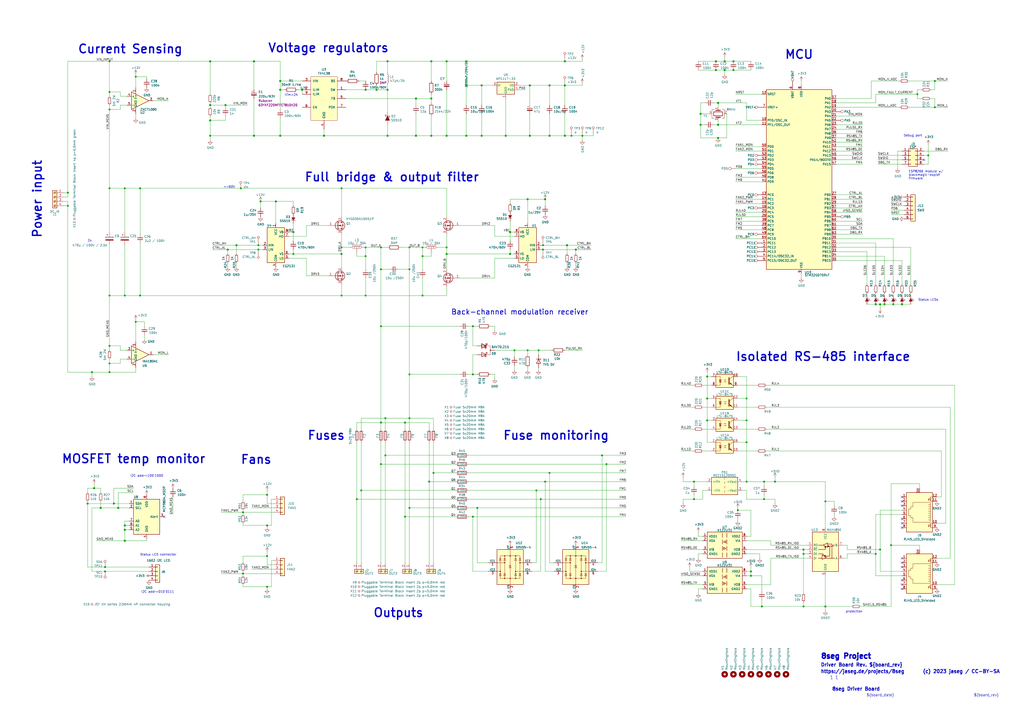
<source format=kicad_sch>
(kicad_sch (version 20230819) (generator eeschema)

  (uuid a4b014d8-050b-4a7a-9077-d2799def17e5)

  (paper "A2")

  

  (junction (at 327.66 78.74) (diameter 1.016) (color 0 0 0 0)
    (uuid 00f422f1-f7f8-45df-931d-5010ff4fc931)
  )
  (junction (at 154.94 287.02) (diameter 0) (color 0 0 0 0)
    (uuid 012f993e-32a7-4364-bac7-db81f6a8a52d)
  )
  (junction (at 259.08 147.32) (diameter 1.016) (color 0 0 0 0)
    (uuid 0320d5ba-1f2a-4dbb-90ec-b8337f7c0078)
  )
  (junction (at 293.37 78.74) (diameter 1.016) (color 0 0 0 0)
    (uuid 035e3df6-a887-424c-8db8-3025c19db82a)
  )
  (junction (at 81.28 109.22) (diameter 0) (color 0 0 0 0)
    (uuid 04379d1c-34c2-4f85-9628-6d7b4d385b04)
  )
  (junction (at 311.15 284.48) (diameter 0) (color 0 0 0 0)
    (uuid 0521cba7-58ba-4404-abc4-97ed796be5e9)
  )
  (junction (at 466.09 351.79) (diameter 0) (color 0 0 0 0)
    (uuid 069a20a2-df52-47f3-b7b5-c90d77e83327)
  )
  (junction (at 443.23 279.4) (diameter 0) (color 0 0 0 0)
    (uuid 08ee1e7a-8d3a-4298-bf77-657ae0db370b)
  )
  (junction (at 147.32 35.56) (diameter 1.016) (color 0 0 0 0)
    (uuid 0903abc9-8580-46a5-a0e4-5ce6a661e2ab)
  )
  (junction (at 443.23 289.56) (diameter 0) (color 0 0 0 0)
    (uuid 09412149-c3d7-42cc-b02a-e8a0a7d26ad1)
  )
  (junction (at 63.5 63.5) (diameter 0) (color 0 0 0 0)
    (uuid 0a2021a7-8eee-457f-a19b-e69bdcddf013)
  )
  (junction (at 72.39 307.34) (diameter 1.016) (color 0 0 0 0)
    (uuid 0ca53f50-b13d-43cb-88af-bf26352ab851)
  )
  (junction (at 140.97 297.18) (diameter 0) (color 0 0 0 0)
    (uuid 0ce4a76c-a77f-4fba-844a-dd70f01d7604)
  )
  (junction (at 441.96 351.79) (diameter 0) (color 0 0 0 0)
    (uuid 0ce6d385-3e5a-40c3-92c9-e41887ea74f1)
  )
  (junction (at 241.3 57.15) (diameter 1.016) (color 0 0 0 0)
    (uuid 0e013a49-ea28-4317-91d8-c846afcf1446)
  )
  (junction (at 327.66 49.53) (diameter 1.016) (color 0 0 0 0)
    (uuid 0ecb41a9-edcd-4167-851b-0a409316af20)
  )
  (junction (at 63.5 109.22) (diameter 0) (color 0 0 0 0)
    (uuid 0f1602c1-b0ae-4d37-8b1a-0f6e7fbd9c01)
  )
  (junction (at 198.12 171.45) (diameter 0) (color 0 0 0 0)
    (uuid 0fa30f14-9242-4c82-8ead-1b5ce9761b9a)
  )
  (junction (at 402.59 289.56) (diameter 0) (color 0 0 0 0)
    (uuid 12f94100-d7e3-4cfb-94ec-6bef0f50d5bd)
  )
  (junction (at 276.86 294.64) (diameter 0) (color 0 0 0 0)
    (uuid 14842aab-327b-4314-ad90-baecb989e3b2)
  )
  (junction (at 250.19 78.74) (diameter 1.016) (color 0 0 0 0)
    (uuid 17438b62-92c5-4c16-8372-5519e17644ba)
  )
  (junction (at 298.45 203.2) (diameter 0) (color 0 0 0 0)
    (uuid 176d78f8-ee33-48e8-8626-c5f4a9ac9253)
  )
  (junction (at 207.01 289.56) (diameter 0) (color 0 0 0 0)
    (uuid 1834741d-cc72-4464-a9e2-2d64b807c3d5)
  )
  (junction (at 314.96 142.24) (diameter 0) (color 0 0 0 0)
    (uuid 188ba6d1-0258-4430-82de-4504640c9221)
  )
  (junction (at 406.4 72.39) (diameter 1.016) (color 0 0 0 0)
    (uuid 197eb893-ab50-430d-9190-6ad4ef716463)
  )
  (junction (at 220.98 245.11) (diameter 0) (color 0 0 0 0)
    (uuid 1d0b64e3-ce82-495b-b6c3-3757b8cbd4df)
  )
  (junction (at 314.96 144.78) (diameter 0) (color 0 0 0 0)
    (uuid 1d5034a5-2105-485a-8f0e-973a0e29ed21)
  )
  (junction (at 121.92 35.56) (diameter 1.016) (color 0 0 0 0)
    (uuid 1d5da22d-f43f-4a8c-b79f-b6a201ab433d)
  )
  (junction (at 54.61 283.21) (diameter 1.016) (color 0 0 0 0)
    (uuid 1eeb059b-acfc-46ea-bb64-a81bc92bb3a3)
  )
  (junction (at 209.55 284.48) (diameter 0) (color 0 0 0 0)
    (uuid 1f925e27-5fda-48a0-8434-49ca60ab828f)
  )
  (junction (at 410.21 231.14) (diameter 0) (color 0 0 0 0)
    (uuid 211d2edf-7005-449f-bc5d-8eca38d8bb6e)
  )
  (junction (at 349.25 264.16) (diameter 0) (color 0 0 0 0)
    (uuid 247960e5-6168-410c-8832-58a49d63dbf0)
  )
  (junction (at 63.5 200.66) (diameter 0) (color 0 0 0 0)
    (uuid 26c973fa-96f3-42b2-a211-ca3d321e1041)
  )
  (junction (at 78.74 44.45) (diameter 0) (color 0 0 0 0)
    (uuid 279f612f-5738-4f20-a535-9958ef780352)
  )
  (junction (at 510.54 176.53) (diameter 1.016) (color 0 0 0 0)
    (uuid 27fcf822-a402-4867-858f-a19ea5819b84)
  )
  (junction (at 130.81 60.96) (diameter 1.016) (color 0 0 0 0)
    (uuid 29d932ac-35b1-4719-b024-fb16ea3d7d64)
  )
  (junction (at 433.07 279.4) (diameter 0) (color 0 0 0 0)
    (uuid 2ba2929e-d82d-40cb-af72-a59d58d33cbc)
  )
  (junction (at 306.07 115.57) (diameter 1.016) (color 0 0 0 0)
    (uuid 2bbf58a4-4126-478e-b296-04cae21d1e49)
  )
  (junction (at 312.42 203.2) (diameter 0) (color 0 0 0 0)
    (uuid 2de04189-82cd-4f64-bb4a-d15b8bda3c3d)
  )
  (junction (at 162.56 78.74) (diameter 1.016) (color 0 0 0 0)
    (uuid 2ef7a379-fc96-409e-86be-72ad614f5c77)
  )
  (junction (at 60.96 328.93) (diameter 0) (color 0 0 0 0)
    (uuid 32a4a106-bd42-46fb-8a46-e2d495d890db)
  )
  (junction (at 198.12 147.32) (diameter 1.016) (color 0 0 0 0)
    (uuid 33c966db-50f5-43db-9455-0a2a2c65d44b)
  )
  (junction (at 212.09 148.59) (diameter 0) (color 0 0 0 0)
    (uuid 350628bc-cd1a-40ff-b431-4e7d7c62d68b)
  )
  (junction (at 241.3 78.74) (diameter 1.016) (color 0 0 0 0)
    (uuid 377b7b69-af5e-4cc7-8770-03636f199c92)
  )
  (junction (at 435.61 334.01) (diameter 0) (color 0 0 0 0)
    (uuid 395e6e86-1a94-4bad-896f-145126a7bb00)
  )
  (junction (at 513.08 176.53) (diameter 1.016) (color 0 0 0 0)
    (uuid 3a1e84d6-a87a-4bfb-a2a4-3c6397a7592a)
  )
  (junction (at 237.49 156.21) (diameter 0) (color 0 0 0 0)
    (uuid 3a8f40ae-2e79-4177-9f98-fb8dc7763aba)
  )
  (junction (at 542.29 46.99) (diameter 0) (color 0 0 0 0)
    (uuid 3b5623e9-46f1-4b36-9457-0c0b1018d010)
  )
  (junction (at 137.16 142.24) (diameter 1.016) (color 0 0 0 0)
    (uuid 3ba4cc3b-ceb4-4b38-8b98-08a2715df3eb)
  )
  (junction (at 198.12 109.22) (diameter 0) (color 0 0 0 0)
    (uuid 3ca9dcd0-c320-4a36-9607-4c03daa6a361)
  )
  (junction (at 237.49 294.64) (diameter 0) (color 0 0 0 0)
    (uuid 3d67d638-b1d1-4f98-8a20-8523891ce794)
  )
  (junction (at 518.16 176.53) (diameter 0) (color 0 0 0 0)
    (uuid 3eff19e4-fd72-476a-87b1-b08e7931cbe4)
  )
  (junction (at 237.49 217.17) (diameter 0) (color 0 0 0 0)
    (uuid 3f569de3-d1cf-4267-a849-c01dba18e7e0)
  )
  (junction (at 237.49 143.51) (diameter 0) (color 0 0 0 0)
    (uuid 40689062-8cea-423a-ae91-f37b9b5d6731)
  )
  (junction (at 307.34 78.74) (diameter 1.016) (color 0 0 0 0)
    (uuid 41ab825f-1308-4d4a-91de-7aaf5c5b747f)
  )
  (junction (at 224.79 52.07) (diameter 1.016) (color 0 0 0 0)
    (uuid 423257a9-1cf1-4a26-a368-ae40c8616c22)
  )
  (junction (at 334.01 144.78) (diameter 1.016) (color 0 0 0 0)
    (uuid 442eceee-b445-4cfa-9521-bb7fb466462a)
  )
  (junction (at 270.51 78.74) (diameter 1.016) (color 0 0 0 0)
    (uuid 4467c9c4-0f8b-4288-b7af-6bb921025486)
  )
  (junction (at 274.32 299.72) (diameter 0) (color 0 0 0 0)
    (uuid 449d4f54-e5e1-4c1b-9af7-b10906281ff0)
  )
  (junction (at 270.51 49.53) (diameter 1.016) (color 0 0 0 0)
    (uuid 4a47447e-b34c-4e4b-b428-2f135e8a14ea)
  )
  (junction (at 60.96 331.47) (diameter 0) (color 0 0 0 0)
    (uuid 4c9d29f9-c589-4d12-bcea-55636d63d080)
  )
  (junction (at 50.8 292.1) (diameter 1.016) (color 0 0 0 0)
    (uuid 4d19e9f6-2b27-4560-a8a4-871f4ba21385)
  )
  (junction (at 187.96 78.74) (diameter 1.016) (color 0 0 0 0)
    (uuid 4d403375-e327-48a2-a6fd-056a25e40431)
  )
  (junction (at 279.4 49.53) (diameter 1.016) (color 0 0 0 0)
    (uuid 4d7cf408-1fc7-4553-9038-f9c22b416fa2)
  )
  (junction (at 306.07 203.2) (diameter 0) (color 0 0 0 0)
    (uuid 4ed5c65d-270b-421e-a4bb-055283c5e7de)
  )
  (junction (at 68.58 294.64) (diameter 1.016) (color 0 0 0 0)
    (uuid 510b37f1-3e19-48e5-8568-52d428cbdd61)
  )
  (junction (at 318.77 49.53) (diameter 1.016) (color 0 0 0 0)
    (uuid 526dfc45-c0d3-4891-8542-76be0de6756f)
  )
  (junction (at 170.18 147.32) (diameter 0) (color 0 0 0 0)
    (uuid 52f7564e-abff-467f-bf4c-1375dc3072a9)
  )
  (junction (at 220.98 269.24) (diameter 0) (color 0 0 0 0)
    (uuid 532e82dc-c0ff-489c-9093-d0b8f0d2865b)
  )
  (junction (at 259.08 35.56) (diameter 1.016) (color 0 0 0 0)
    (uuid 5358b62b-76e6-4793-ac7f-61586e0c2ec1)
  )
  (junction (at 416.56 72.39) (diameter 1.016) (color 0 0 0 0)
    (uuid 546dfa7f-4b59-408f-b383-761304e2055d)
  )
  (junction (at 449.58 279.4) (diameter 0) (color 0 0 0 0)
    (uuid 56acd9e6-6bf8-4d42-8348-3ddff199d791)
  )
  (junction (at 154.94 322.58) (diameter 0) (color 0 0 0 0)
    (uuid 57985531-8c1b-4c7b-bb5e-6a76fdb87c72)
  )
  (junction (at 170.18 134.62) (diameter 1.016) (color 0 0 0 0)
    (uuid 5924bd5c-a4a5-4953-94e3-24f4618f17dc)
  )
  (junction (at 245.11 143.51) (diameter 0) (color 0 0 0 0)
    (uuid 5a597426-dcd2-4ae1-9a74-aab26e1fd4bb)
  )
  (junction (at 162.56 52.07) (diameter 1.016) (color 0 0 0 0)
    (uuid 5b091244-19d1-4b58-aaf6-db793657a6a4)
  )
  (junction (at 435.61 331.47) (diameter 0) (color 0 0 0 0)
    (uuid 5ef12dd1-8374-4bec-8a76-bfc5aa1498e7)
  )
  (junction (at 327.66 35.56) (diameter 1.016) (color 0 0 0 0)
    (uuid 6112e5e3-5333-4eec-b6e2-b535ee37a2f6)
  )
  (junction (at 151.13 116.84) (diameter 1.016) (color 0 0 0 0)
    (uuid 62499af8-dd25-46ec-90b9-62e3a1422b55)
  )
  (junction (at 245.11 171.45) (diameter 0) (color 0 0 0 0)
    (uuid 62f76d29-36ff-4668-95f2-cae0a59432ba)
  )
  (junction (at 279.4 78.74) (diameter 1.016) (color 0 0 0 0)
    (uuid 66c337d2-b5e0-493e-aac8-3c7c16bef129)
  )
  (junction (at 510.54 318.77) (diameter 0) (color 0 0 0 0)
    (uuid 675cf0ca-6c8e-4c7b-8e7f-87827d484331)
  )
  (junction (at 72.39 313.69) (diameter 1.016) (color 0 0 0 0)
    (uuid 67df6e4b-aea8-4c3c-b09a-0bfc42ca01ba)
  )
  (junction (at 220.98 143.51) (diameter 0) (color 0 0 0 0)
    (uuid 6a3e1dec-9cfc-4b3b-8983-a4237bc395c9)
  )
  (junction (at 542.29 62.23) (diameter 0) (color 0 0 0 0)
    (uuid 6b26881f-f251-4a0d-afad-8a6a4c5835b2)
  )
  (junction (at 420.37 40.64) (diameter 1.016) (color 0 0 0 0)
    (uuid 6f0907ee-51ac-4830-99ce-6f122169ebd5)
  )
  (junction (at 410.21 243.84) (diameter 0) (color 0 0 0 0)
    (uuid 70afe2ac-da0b-4481-b3dc-104bb2f2cf5c)
  )
  (junction (at 149.86 142.24) (diameter 0) (color 0 0 0 0)
    (uuid 71281dfe-3e0b-45d0-a333-5e73a384f7f1)
  )
  (junction (at 406.4 66.04) (diameter 1.016) (color 0 0 0 0)
    (uuid 71b23dd2-c4ff-48b0-b045-1cef4afdd0ba)
  )
  (junction (at 425.45 40.64) (diameter 1.016) (color 0 0 0 0)
    (uuid 726abf46-4c68-4de0-b28d-c64c6f1363ba)
  )
  (junction (at 516.89 316.23) (diameter 0) (color 0 0 0 0)
    (uuid 7277d00c-9c8a-4abe-9268-bce3037f00d5)
  )
  (junction (at 224.79 78.74) (diameter 1.016) (color 0 0 0 0)
    (uuid 74a91f23-026b-488a-8683-941ade4f8419)
  )
  (junction (at 245.11 148.59) (diameter 0) (color 0 0 0 0)
    (uuid 770f518c-7b5d-4e34-9c97-192a6af07510)
  )
  (junction (at 66.04 292.1) (diameter 1.016) (color 0 0 0 0)
    (uuid 7a96add3-47eb-4e25-94c5-098c8c67bd25)
  )
  (junction (at 63.5 171.45) (diameter 0) (color 0 0 0 0)
    (uuid 81a4e56c-4eb9-4431-8b56-198319939bcd)
  )
  (junction (at 140.97 332.74) (diameter 0) (color 0 0 0 0)
    (uuid 836e43a7-d480-4db6-9f2f-3a80a0aa47a2)
  )
  (junction (at 72.39 171.45) (diameter 0) (color 0 0 0 0)
    (uuid 853e9817-75c4-4d86-83fb-795ed1547f0a)
  )
  (junction (at 328.93 142.24) (diameter 1.016) (color 0 0 0 0)
    (uuid 8590b800-13d7-4325-b887-26ccf4d18c5a)
  )
  (junction (at 416.56 80.01) (diameter 1.016) (color 0 0 0 0)
    (uuid 869ab7b5-94ce-4ba4-ac06-f87b4d6a081e)
  )
  (junction (at 523.24 176.53) (diameter 1.016) (color 0 0 0 0)
    (uuid 86c38215-051f-4de4-9483-d96bedd86a9e)
  )
  (junction (at 58.42 294.64) (diameter 1.016) (color 0 0 0 0)
    (uuid 874d7e1c-e18e-482b-9de1-baa9c0166694)
  )
  (junction (at 162.56 46.99) (diameter 1.016) (color 0 0 0 0)
    (uuid 892cf1a6-708d-475a-a57e-f3ba0d9faa64)
  )
  (junction (at 259.08 78.74) (diameter 1.016) (color 0 0 0 0)
    (uuid 894a30af-e630-490e-b8fd-be6ea13ab67c)
  )
  (junction (at 433.07 243.84) (diameter 0) (color 0 0 0 0)
    (uuid 8b2512bd-6d01-48af-8996-f2c66e786165)
  )
  (junction (at 39.37 119.38) (diameter 0) (color 0 0 0 0)
    (uuid 8e747172-0ea1-4712-b328-65d03b784c64)
  )
  (junction (at 295.91 134.62) (diameter 1.016) (color 0 0 0 0)
    (uuid 8f2a842c-a024-4a46-bace-f8363576d461)
  )
  (junction (at 250.19 35.56) (diameter 1.016) (color 0 0 0 0)
    (uuid 90df0114-0305-498a-b67b-e25624694405)
  )
  (junction (at 295.91 147.32) (diameter 1.016) (color 0 0 0 0)
    (uuid 910d03ea-b724-4332-8f3b-1c8ecf717b86)
  )
  (junction (at 316.23 279.4) (diameter 0) (color 0 0 0 0)
    (uuid 93a663b7-3043-419f-83df-3863816aec30)
  )
  (junction (at 433.07 231.14) (diameter 0) (color 0 0 0 0)
    (uuid 955d85a1-7a22-4f8f-a05c-9f5429b0238c)
  )
  (junction (at 259.08 143.51) (diameter 0) (color 0 0 0 0)
    (uuid 9766ca31-408b-4d95-9bad-173ca2b52508)
  )
  (junction (at 508 176.53) (diameter 1.016) (color 0 0 0 0)
    (uuid 9948e0a1-7b24-4486-a82f-1d91da28a292)
  )
  (junction (at 160.02 116.84) (diameter 1.016) (color 0 0 0 0)
    (uuid 9b74b1b8-a079-4f26-86cb-e2d6b81bdb59)
  )
  (junction (at 63.5 210.82) (diameter 0) (color 0 0 0 0)
    (uuid 9e7cc61a-56b6-453e-8aa6-893d4ef70806)
  )
  (junction (at 433.07 256.54) (diameter 0) (color 0 0 0 0)
    (uuid 9f303310-9b7c-44fe-89f1-8117b15280cb)
  )
  (junction (at 212.09 171.45) (diameter 0) (color 0 0 0 0)
    (uuid 9fd16c69-e242-40b5-881e-5108e2dffd86)
  )
  (junction (at 313.69 289.56) (diameter 0) (color 0 0 0 0)
    (uuid a068efa3-0197-423d-85ea-2a33172332e9)
  )
  (junction (at 220.98 189.23) (diameter 0) (color 0 0 0 0)
    (uuid a0980239-c5dc-43ae-9525-17b10080600d)
  )
  (junction (at 425.45 35.56) (diameter 1.016) (color 0 0 0 0)
    (uuid a0dccd9a-c66a-4903-bce0-ac1049d29474)
  )
  (junction (at 337.82 78.74) (diameter 0) (color 0 0 0 0)
    (uuid a38e120c-a809-49df-b048-2e140aefa4d3)
  )
  (junction (at 63.5 35.56) (diameter 0) (color 0 0 0 0)
    (uuid a3cb0cbf-4a8e-4d69-8572-d3f94aa1914f)
  )
  (junction (at 307.34 49.53) (diameter 1.016) (color 0 0 0 0)
    (uuid a71f8055-7cc3-4ed1-937c-85a0c4bc488e)
  )
  (junction (at 63.5 53.34) (diameter 0) (color 0 0 0 0)
    (uuid a7355e16-9c8a-431b-be29-d69b66c861a9)
  )
  (junction (at 508 321.31) (diameter 0) (color 0 0 0 0)
    (uuid aaf32b7e-103d-4091-b100-cde572d9ba2b)
  )
  (junction (at 250.19 57.15) (diameter 1.016) (color 0 0 0 0)
    (uuid ad0b028b-81c5-43f9-a187-cfc93887d452)
  )
  (junction (at 420.37 35.56) (diameter 1.016) (color 0 0 0 0)
    (uuid ad2bb25f-d622-4d87-947a-dc4d94a393ae)
  )
  (junction (at 251.46 274.32) (diameter 0) (color 0 0 0 0)
    (uuid af7c7ec1-94e3-4d38-b902-7ba3a0302c07)
  )
  (junction (at 478.79 351.79) (diameter 1.016) (color 0 0 0 0)
    (uuid af9650c7-e985-4bd4-891a-54a81329d534)
  )
  (junction (at 218.44 52.07) (diameter 1.016) (color 0 0 0 0)
    (uuid afb2050b-873a-4057-a6f5-2f8efbd48ac6)
  )
  (junction (at 72.39 109.22) (diameter 0) (color 0 0 0 0)
    (uuid b06b39fa-4f0b-47fb-a799-12306ff4968d)
  )
  (junction (at 53.34 215.9) (diameter 0) (color 0 0 0 0)
    (uuid b126ed94-7bd0-4572-b20d-765f98e19aec)
  )
  (junction (at 147.32 78.74) (diameter 1.016) (color 0 0 0 0)
    (uuid b458bd04-5ee4-4069-8fb9-5f1984ee02a1)
  )
  (junction (at 121.92 78.74) (diameter 0) (color 0 0 0 0)
    (uuid b64c136f-6323-4973-8aa9-babf10283d05)
  )
  (junction (at 149.86 144.78) (diameter 0) (color 0 0 0 0)
    (uuid b778de3e-44ef-4869-a211-eda8053ebaf9)
  )
  (junction (at 121.92 60.96) (diameter 1.016) (color 0 0 0 0)
    (uuid ba2201e2-6ab3-43df-bed9-9ac88aec6ed9)
  )
  (junction (at 415.29 35.56) (diameter 1.016) (color 0 0 0 0)
    (uuid bfb6e205-4940-46f0-9df4-153f8e1aaa7f)
  )
  (junction (at 154.94 340.36) (diameter 0) (color 0 0 0 0)
    (uuid c26ea32d-7a06-43de-8400-b698bb71c864)
  )
  (junction (at 274.32 189.23) (diameter 0) (color 0 0 0 0)
    (uuid c2bf86a7-2544-42d3-abe9-f753e4ee5a4c)
  )
  (junction (at 132.08 144.78) (diameter 1.016) (color 0 0 0 0)
    (uuid c3127fc8-ab5b-4477-a3d7-4ba0b9c49089)
  )
  (junction (at 154.94 304.8) (diameter 0) (color 0 0 0 0)
    (uuid c38ff2d6-ab8d-41f3-b2b7-7204a3bb22b5)
  )
  (junction (at 63.5 215.9) (diameter 0) (color 0 0 0 0)
    (uuid c3ab4113-ff42-470c-8d9d-2d12cff60d9b)
  )
  (junction (at 274.32 217.17) (diameter 0) (color 0 0 0 0)
    (uuid c66bed68-af8e-477e-800f-414019c70f5b)
  )
  (junction (at 212.09 52.07) (diameter 1.016) (color 0 0 0 0)
    (uuid c66f7e17-4c9b-49ec-a9d9-a26d8d08f351)
  )
  (junction (at 234.95 245.11) (diameter 0) (color 0 0 0 0)
    (uuid cb4f1b11-1dbe-4d19-b898-04b9190468e6)
  )
  (junction (at 466.09 318.77) (diameter 1.016) (color 0 0 0 0)
    (uuid cec8ba27-616e-40a4-90cc-2b3e8fe9ee8b)
  )
  (junction (at 39.37 111.76) (diameter 0) (color 0 0 0 0)
    (uuid cf174f8d-df28-4548-ab42-5fe55500c18c)
  )
  (junction (at 223.52 242.57) (diameter 0) (color 0 0 0 0)
    (uuid d057e042-e88c-4065-be79-b9fde8b880a2)
  )
  (junction (at 318.77 274.32) (diameter 0) (color 0 0 0 0)
    (uuid d0c99083-5802-4737-99a1-08b81c912946)
  )
  (junction (at 175.26 52.07) (diameter 1.016) (color 0 0 0 0)
    (uuid d2f0248d-b920-4443-96ee-1df87eceaf08)
  )
  (junction (at 410.21 218.44) (diameter 0) (color 0 0 0 0)
    (uuid db9f3bd0-8457-4418-afa3-a97048d16f26)
  )
  (junction (at 223.52 264.16) (diameter 0) (color 0 0 0 0)
    (uuid ddcad985-0dcf-4564-9188-98ae104ec895)
  )
  (junction (at 318.77 78.74) (diameter 1.016) (color 0 0 0 0)
    (uuid e00e7a69-7876-4f7f-84a6-70f9097f197d)
  )
  (junction (at 316.23 115.57) (diameter 1.016) (color 0 0 0 0)
    (uuid e0f69eb1-4709-4657-9f74-fb5d17a06ed4)
  )
  (junction (at 78.74 186.69) (diameter 0) (color 0 0 0 0)
    (uuid e3905d6e-0be9-4150-91d9-ddc0525fa162)
  )
  (junction (at 72.39 304.8) (diameter 1.016) (color 0 0 0 0)
    (uuid e3e41faa-8169-4615-a9c9-213c0d620a5e)
  )
  (junction (at 538.48 90.17) (diameter 0) (color 0 0 0 0)
    (uuid e4dcf46d-35ca-4eb8-9f0a-88039139f35a)
  )
  (junction (at 427.99 295.91) (diameter 0) (color 0 0 0 0)
    (uuid e514e1dc-469d-4562-9117-93b82ba8a399)
  )
  (junction (at 402.59 279.4) (diameter 0) (color 0 0 0 0)
    (uuid e518770d-ab41-487d-bbc5-fa94a10ce4f5)
  )
  (junction (at 466.09 321.31) (diameter 0) (color 0 0 0 0)
    (uuid e60a82f4-29b9-480c-8c6f-082dc0ab7f1f)
  )
  (junction (at 224.79 35.56) (diameter 1.016) (color 0 0 0 0)
    (uuid e65fb0cc-5624-4d1f-8b10-47d46fc3067e)
  )
  (junction (at 478.79 290.83) (diameter 0) (color 0 0 0 0)
    (uuid e6682cbb-4633-4609-adbd-85b299d46f71)
  )
  (junction (at 212.09 143.51) (diameter 0) (color 0 0 0 0)
    (uuid e6932ae2-dc0c-4f61-95b9-7af407aa076c)
  )
  (junction (at 331.47 78.74) (diameter 0) (color 0 0 0 0)
    (uuid e84358ba-686e-4d0b-ae68-c3f64afa7644)
  )
  (junction (at 237.49 242.57) (diameter 0) (color 0 0 0 0)
    (uuid e88fd037-652e-4edf-8469-f3155c085570)
  )
  (junction (at 416.56 59.69) (diameter 1.016) (color 0 0 0 0)
    (uuid e9036d12-438e-4734-99a1-0bb5aaef2eec)
  )
  (junction (at 270.51 35.56) (diameter 1.016) (color 0 0 0 0)
    (uuid ea126893-85e1-47f7-ab86-95880f835131)
  )
  (junction (at 220.98 156.21) (diameter 0) (color 0 0 0 0)
    (uuid eade7e85-16df-4223-b3a9-b1508e758abd)
  )
  (junction (at 139.7 109.22) (diameter 0) (color 0 0 0 0)
    (uuid efed1ef7-6a76-42b8-8dff-ae36c3d36a15)
  )
  (junction (at 532.13 54.61) (diameter 0) (color 0 0 0 0)
    (uuid f1eaa29b-d971-40a2-b1d4-15c9ba8bd275)
  )
  (junction (at 198.12 143.51) (diameter 0) (color 0 0 0 0)
    (uuid f25eed45-9cff-4bcf-8f75-f4bb2d064bf1)
  )
  (junction (at 248.92 279.4) (diameter 0) (color 0 0 0 0)
    (uuid f34483c7-b692-41df-b9e9-83a81f1651a7)
  )
  (junction (at 415.29 40.64) (diameter 1.016) (color 0 0 0 0)
    (uuid f4a903a9-fcfe-48ab-8d0a-abc0c3179b30)
  )
  (junction (at 81.28 171.45) (diameter 0) (color 0 0 0 0)
    (uuid f93a517d-5210-48e0-b710-c86b68e0eb0e)
  )
  (junction (at 351.79 269.24) (diameter 0) (color 0 0 0 0)
    (uuid f98ee8c4-ccab-4649-9fb5-7133e2dc9eae)
  )
  (junction (at 234.95 299.72) (diameter 0) (color 0 0 0 0)
    (uuid fa056696-dfdf-4a1a-aa20-2a53d63dd2e5)
  )
  (junction (at 121.92 69.85) (diameter 1.016) (color 0 0 0 0)
    (uuid fd27718e-14d1-4dfa-96ae-77db64da4003)
  )

  (no_connect (at 523.24 290.83) (uuid 0525c98b-0dec-46f0-b699-cf9475eeba19))
  (no_connect (at 95.25 299.72) (uuid 46ca69a9-5d31-4bc1-9ced-3c7b116a3036))
  (no_connect (at 523.24 341.63) (uuid 48946b18-b753-4e71-9ee3-e5230a2a902b))
  (no_connect (at 523.24 303.53) (uuid 8c58f85d-95d4-4f58-b4a4-ac4fac049f55))
  (no_connect (at 523.24 306.07) (uuid 9f54a902-0b18-46b9-98ad-c6792cdae6e5))
  (no_connect (at 523.24 328.93) (uuid a46b7c0d-b4fa-47dc-98a5-d5c593c702e2))
  (no_connect (at 523.24 300.99) (uuid afa60920-e327-4b32-a46c-fdf8291c7430))
  (no_connect (at 523.24 323.85) (uuid b13cb89e-237e-45c6-91a5-897be29331f8))
  (no_connect (at 523.24 293.37) (uuid b1f38491-4652-422c-b0da-514a2293ea97))
  (no_connect (at 523.24 288.29) (uuid c53ede21-0cf3-4111-ae02-3c1756ee5063))
  (no_connect (at 523.24 336.55) (uuid ed34b661-daf0-4e2b-bcde-b8cd1cfc0f39))
  (no_connect (at 523.24 326.39) (uuid ee45a50c-ebfd-40d3-9b4b-c2b9bf90055d))
  (no_connect (at 523.24 339.09) (uuid eee60b3c-25b9-475e-a949-38aec09eec65))
  (no_connect (at 535.94 92.71) (uuid ef77bb6b-94ba-436b-ad9f-5fc5cbc010bc))

  (wire (pts (xy 425.45 35.56) (xy 435.61 35.56))
    (stroke (width 0) (type solid))
    (uuid 0125158a-83af-46c8-9c53-40abe6b401a2)
  )
  (wire (pts (xy 516.89 280.67) (xy 516.89 316.23))
    (stroke (width 0) (type solid))
    (uuid 0175a53a-8f58-4956-b5f1-e9666b8aec14)
  )
  (wire (pts (xy 241.3 78.74) (xy 250.19 78.74))
    (stroke (width 0) (type solid))
    (uuid 02ad3fbc-4f36-4004-b97c-1262e0af1410)
  )
  (wire (pts (xy 69.85 210.82) (xy 69.85 208.28))
    (stroke (width 0) (type default))
    (uuid 031fba2e-dd93-4900-afa3-6c360b1d9363)
  )
  (wire (pts (xy 300.99 52.07) (xy 304.8 52.07))
    (stroke (width 0) (type solid))
    (uuid 033d91b2-7700-47d4-9813-cae9e301651e)
  )
  (wire (pts (xy 165.1 52.07) (xy 162.56 52.07))
    (stroke (width 0) (type solid))
    (uuid 039718b7-fa03-431f-b93b-f6449ecff0cf)
  )
  (wire (pts (xy 245.11 148.59) (xy 245.11 156.21))
    (stroke (width 0) (type default))
    (uuid 03eee8c4-5569-457f-b3a9-cea990f0636c)
  )
  (wire (pts (xy 534.67 52.07) (xy 532.13 52.07))
    (stroke (width 0) (type default))
    (uuid 04026016-3474-447c-9724-0e9128046132)
  )
  (wire (pts (xy 314.96 142.24) (xy 328.93 142.24))
    (stroke (width 0) (type solid))
    (uuid 04548d62-d404-4dbf-885d-397fa1450014)
  )
  (wire (pts (xy 68.58 294.64) (xy 58.42 294.64))
    (stroke (width 0) (type solid))
    (uuid 0532c6b3-06b8-49eb-8576-10b05a190a90)
  )
  (wire (pts (xy 400.05 331.47) (xy 407.67 331.47))
    (stroke (width 0) (type default))
    (uuid 057c0cbc-dbc9-4526-835b-46cf3c41bc85)
  )
  (wire (pts (xy 351.79 269.24) (xy 351.79 331.47))
    (stroke (width 0) (type default))
    (uuid 05bc9c14-573a-43f9-ae6a-89228680c3ab)
  )
  (wire (pts (xy 223.52 242.57) (xy 223.52 248.92))
    (stroke (width 0) (type default))
    (uuid 06132d43-4050-457c-bde1-965d3cd7944e)
  )
  (wire (pts (xy 69.85 53.34) (xy 63.5 53.34))
    (stroke (width 0) (type default))
    (uuid 067b5c43-4fd9-4094-9167-89dc0c02bfaa)
  )
  (wire (pts (xy 154.94 287.02) (xy 154.94 284.48))
    (stroke (width 0) (type default))
    (uuid 06a28eb9-0714-4132-8dec-388567d1df3b)
  )
  (wire (pts (xy 259.08 171.45) (xy 259.08 166.37))
    (stroke (width 0) (type solid))
    (uuid 070aefd7-d02d-48d1-a2d5-d2f761a52ecb)
  )
  (wire (pts (xy 485.14 90.17) (xy 500.38 90.17))
    (stroke (width 0) (type default))
    (uuid 076b2c7b-42d9-4290-8e12-be7c6687b4b1)
  )
  (wire (pts (xy 139.7 109.22) (xy 198.12 109.22))
    (stroke (width 0) (type default))
    (uuid 07e5f72f-9b63-41fa-ba52-572a2cdebbee)
  )
  (wire (pts (xy 405.13 311.15) (xy 407.67 311.15))
    (stroke (width 0) (type default))
    (uuid 07f70b5e-d3e2-473c-82b1-5b6a3d28b50b)
  )
  (wire (pts (xy 198.12 135.89) (xy 198.12 143.51))
    (stroke (width 0) (type solid))
    (uuid 0908971d-0a3b-4817-9803-29a53fd07749)
  )
  (wire (pts (xy 259.08 46.99) (xy 259.08 35.56))
    (stroke (width 0) (type solid))
    (uuid 093dd22f-3d54-4f90-b915-835042bcb84a)
  )
  (wire (pts (xy 209.55 284.48) (xy 264.16 284.48))
    (stroke (width 0) (type default))
    (uuid 0959fa8d-9220-4008-a51b-bb9e6a4c02d6)
  )
  (wire (pts (xy 154.94 327.66) (xy 154.94 322.58))
    (stroke (width 0) (type default))
    (uuid 0a4a06ab-d6ca-4b15-a719-16c1dfe47734)
  )
  (wire (pts (xy 433.07 289.56) (xy 443.23 289.56))
    (stroke (width 0) (type default))
    (uuid 0ac29e11-12ab-4c46-96db-db8276d5eda5)
  )
  (wire (pts (xy 546.1 288.29) (xy 546.1 261.62))
    (stroke (width 0) (type solid))
    (uuid 0acd6451-ce3c-426b-aea3-4c990ad4e4a9)
  )
  (wire (pts (xy 407.67 223.52) (xy 412.75 223.52))
    (stroke (width 0) (type default))
    (uuid 0acd6478-5b08-4a01-b857-900f30f26ca8)
  )
  (wire (pts (xy 306.07 203.2) (xy 312.42 203.2))
    (stroke (width 0) (type default))
    (uuid 0b7a8689-8d01-4b07-96e3-71de780db8a7)
  )
  (wire (pts (xy 328.93 147.32) (xy 328.93 142.24))
    (stroke (width 0) (type solid))
    (uuid 0b93ea2e-0566-43ca-bf2a-622432378311)
  )
  (wire (pts (xy 427.99 294.64) (xy 427.99 295.91))
    (stroke (width 0) (type default))
    (uuid 0bf0d194-f798-44d7-80aa-0abecb628b36)
  )
  (wire (pts (xy 485.14 62.23) (xy 521.97 62.23))
    (stroke (width 0) (type default))
    (uuid 0c13295e-99db-4533-baa8-d2e52bbceced)
  )
  (wire (pts (xy 394.97 313.69) (xy 407.67 313.69))
    (stroke (width 0) (type default))
    (uuid 0c8275b9-ba39-4689-ac9d-deae68307a32)
  )
  (wire (pts (xy 513.08 176.53) (xy 518.16 176.53))
    (stroke (width 0) (type solid))
    (uuid 0cebc144-945e-4a32-ab17-9a31b1d9ae3c)
  )
  (wire (pts (xy 50.8 283.21) (xy 54.61 283.21))
    (stroke (width 0) (type solid))
    (uuid 0cf786f4-9ec9-4931-a516-37b088a3d637)
  )
  (wire (pts (xy 331.47 77.47) (xy 331.47 78.74))
    (stroke (width 0) (type default))
    (uuid 0d24809d-f93d-4c3b-b002-7cd7276927b6)
  )
  (wire (pts (xy 485.14 80.01) (xy 500.38 80.01))
    (stroke (width 0) (type default))
    (uuid 0d454349-0d0f-427c-9368-fa144754f232)
  )
  (wire (pts (xy 63.5 63.5) (xy 69.85 63.5))
    (stroke (width 0) (type default))
    (uuid 0e335656-eaa1-4e4a-816a-0461f0ebf055)
  )
  (wire (pts (xy 170.18 139.7) (xy 170.18 134.62))
    (stroke (width 0) (type solid))
    (uuid 0ecd8ca8-2bc2-45c5-ad7b-6c09666d3f74)
  )
  (wire (pts (xy 274.32 331.47) (xy 274.32 299.72))
    (stroke (width 0) (type default))
    (uuid 0ed7b107-46f8-40d3-bd8e-ba0e86aaea99)
  )
  (wire (pts (xy 405.13 40.64) (xy 415.29 40.64))
    (stroke (width 0) (type solid))
    (uuid 0f2f0a3c-fba8-4afe-b065-5fc5eab9928a)
  )
  (wire (pts (xy 466.09 321.31) (xy 468.63 321.31))
    (stroke (width 0) (type solid))
    (uuid 0f4cb350-8717-478f-b37e-0f0d5e99ba26)
  )
  (wire (pts (xy 539.75 52.07) (xy 542.29 52.07))
    (stroke (width 0) (type default))
    (uuid 0fa163ac-a571-47b9-a950-875acfe924fb)
  )
  (wire (pts (xy 69.85 203.2) (xy 69.85 200.66))
    (stroke (width 0) (type default))
    (uuid 1032fd79-9290-40e0-986c-46e5ba31d9a4)
  )
  (wire (pts (xy 295.91 128.27) (xy 295.91 134.62))
    (stroke (width 0) (type solid))
    (uuid 108118cd-b53d-45e4-bc19-661872f51c56)
  )
  (wire (pts (xy 137.16 152.4) (xy 137.16 154.94))
    (stroke (width 0) (type solid))
    (uuid 108dffa3-ee94-4f6c-8c9b-8fcc612789ed)
  )
  (wire (pts (xy 485.14 135.89) (xy 500.38 135.89))
    (stroke (width 0) (type default))
    (uuid 113d6b28-daaa-4396-921f-d5474b6fc7e9)
  )
  (wire (pts (xy 220.98 143.51) (xy 220.98 156.21))
    (stroke (width 0) (type default))
    (uuid 114da88a-20fc-4bf7-a411-8ec88f6f74e9)
  )
  (wire (pts (xy 508 54.61) (xy 532.13 54.61))
    (stroke (width 0) (type default))
    (uuid 1190c65c-a56a-4813-86bb-b73c9b38e863)
  )
  (wire (pts (xy 508 176.53) (xy 510.54 176.53))
    (stroke (width 0) (type solid))
    (uuid 12694466-e0eb-4952-a56a-f3bd573ff09d)
  )
  (wire (pts (xy 546.1 288.29) (xy 543.56 288.29))
    (stroke (width 0) (type solid))
    (uuid 126f7227-746c-448e-9226-2736d76e960a)
  )
  (wire (pts (xy 427.99 256.54) (xy 433.07 256.54))
    (stroke (width 0) (type default))
    (uuid 1328cecf-6acc-46f8-bb44-49650c819bff)
  )
  (wire (pts (xy 318.77 78.74) (xy 327.66 78.74))
    (stroke (width 0) (type solid))
    (uuid 133ecb11-56bc-4794-937f-1abf634b7f58)
  )
  (wire (pts (xy 402.59 279.4) (xy 402.59 281.94))
    (stroke (width 0) (type default))
    (uuid 134e4681-2f22-4bfb-bcc5-b0774ba181df)
  )
  (wire (pts (xy 316.23 331.47) (xy 321.31 331.47))
    (stroke (width 0) (type default))
    (uuid 136419d0-e59d-4387-a3ba-048d12922e89)
  )
  (wire (pts (xy 250.19 54.61) (xy 250.19 57.15))
    (stroke (width 0) (type solid))
    (uuid 14d4c963-d162-4ab2-ab1d-1406c8d3fdd3)
  )
  (wire (pts (xy 69.85 208.28) (xy 73.66 208.28))
    (stroke (width 0) (type default))
    (uuid 155fb880-cd5e-4e1a-aab2-46c761e6ded9)
  )
  (wire (pts (xy 485.14 59.69) (xy 508 59.69))
    (stroke (width 0) (type default))
    (uuid 158effc7-5f56-4c6b-a693-ee1e345d88b6)
  )
  (wire (pts (xy 308.61 326.39) (xy 311.15 326.39))
    (stroke (width 0) (type default))
    (uuid 15b8eade-289b-4893-bc0a-170bc7d52355)
  )
  (wire (pts (xy 430.53 279.4) (xy 433.07 279.4))
    (stroke (width 0) (type default))
    (uuid 169350ea-184b-4c0f-a9ac-302ea442f609)
  )
  (wire (pts (xy 207.01 256.54) (xy 207.01 289.56))
    (stroke (width 0) (type default))
    (uuid 17021f3b-05c7-4682-b25e-fcfd63eed2b0)
  )
  (wire (pts (xy 485.14 146.05) (xy 502.92 146.05))
    (stroke (width 0) (type default))
    (uuid 17cd70b5-199f-4461-a781-73169b176b10)
  )
  (wire (pts (xy 508 321.31) (xy 508 334.01))
    (stroke (width 0) (type solid))
    (uuid 18875b23-5fc7-4c2c-98d0-caa3019df76c)
  )
  (wire (pts (xy 318.77 326.39) (xy 321.31 326.39))
    (stroke (width 0) (type default))
    (uuid 18aa113b-1059-456b-95c6-7e1c64664a6f)
  )
  (wire (pts (xy 478.79 290.83) (xy 478.79 306.07))
    (stroke (width 0) (type solid))
    (uuid 18e76ead-72bb-4b33-9ad9-648db4b2dce1)
  )
  (wire (pts (xy 420.37 35.56) (xy 425.45 35.56))
    (stroke (width 0) (type solid))
    (uuid 19386036-f8af-4364-9139-d83f9a7cfeca)
  )
  (wire (pts (xy 78.74 186.69) (xy 78.74 198.12))
    (stroke (width 0) (type default))
    (uuid 19781004-4bb5-45e1-9f75-62026f026f76)
  )
  (wire (pts (xy 427.99 243.84) (xy 433.07 243.84))
    (stroke (width 0) (type default))
    (uuid 1a3b004e-caf0-4311-aad6-aee615184492)
  )
  (wire (pts (xy 100.33 288.29) (xy 100.33 298.45))
    (stroke (width 0) (type solid))
    (uuid 1a50ad5c-6205-4160-ba9c-1bec89ce3fdc)
  )
  (wire (pts (xy 483.87 293.37) (xy 483.87 290.83))
    (stroke (width 0) (type default))
    (uuid 1a6128c7-fd99-4e03-82e2-ea0b187610ce)
  )
  (wire (pts (xy 39.37 119.38) (xy 39.37 215.9))
    (stroke (width 0) (type solid))
    (uuid 1ab5cf08-085f-4177-99eb-607c4ed46be2)
  )
  (wire (pts (xy 85.09 44.45) (xy 85.09 45.72))
    (stroke (width 0) (type default))
    (uuid 1ae384f7-57f4-4c1e-b57c-f9e93adce9e4)
  )
  (wire (pts (xy 426.72 125.73) (xy 441.96 125.73))
    (stroke (width 0) (type default))
    (uuid 1d0e6c24-529d-4e09-8bf9-0c88f569d3e0)
  )
  (wire (pts (xy 248.92 245.11) (xy 248.92 248.92))
    (stroke (width 0) (type default))
    (uuid 1d1bb7ac-274d-4d0c-b694-cbf924df9661)
  )
  (wire (pts (xy 407.67 289.56) (xy 407.67 284.48))
    (stroke (width 0) (type default))
    (uuid 1d47adbf-4e2c-48c3-bea2-54815367415e)
  )
  (wire (pts (xy 535.94 90.17) (xy 538.48 90.17))
    (stroke (width 0) (type default))
    (uuid 1e0cb541-95c2-4d23-9e9e-1434dbbf1075)
  )
  (wire (pts (xy 140.97 322.58) (xy 154.94 322.58))
    (stroke (width 0) (type default))
    (uuid 1e9365fc-097b-4b6d-8a71-fd0bac9bb24e)
  )
  (wire (pts (xy 346.71 331.47) (xy 351.79 331.47))
    (stroke (width 0) (type default))
    (uuid 1ee1fe65-28f1-4b5c-ba74-54ee089e3b03)
  )
  (wire (pts (xy 212.09 148.59) (xy 212.09 156.21))
    (stroke (width 0) (type default))
    (uuid 1f2d32fb-454d-463b-b91a-8691195009e7)
  )
  (wire (pts (xy 407.67 261.62) (xy 412.75 261.62))
    (stroke (width 0) (type default))
    (uuid 1f41c816-d3bd-4464-a124-0bf91987ecfc)
  )
  (wire (pts (xy 406.4 59.69) (xy 406.4 66.04))
    (stroke (width 0) (type solid))
    (uuid 1f9a47d5-2c2c-4476-9ac0-f08877814dc3)
  )
  (wire (pts (xy 72.39 304.8) (xy 72.39 302.26))
    (stroke (width 0) (type solid))
    (uuid 1fdcf579-1f56-4cfe-a366-e3065e5ae496)
  )
  (wire (pts (xy 427.99 231.14) (xy 433.07 231.14))
    (stroke (width 0) (type default))
    (uuid 202a59c1-0230-440b-8af5-14a5e9489c1c)
  )
  (wire (pts (xy 250.19 57.15) (xy 241.3 57.15))
    (stroke (width 0) (type solid))
    (uuid 203836eb-57ed-4622-8ae4-a4649274b56a)
  )
  (wire (pts (xy 318.77 78.74) (xy 307.34 78.74))
    (stroke (width 0) (type solid))
    (uuid 20722d8e-166e-42fc-9fb8-d4ba5dfcce4e)
  )
  (wire (pts (xy 518.16 138.43) (xy 518.16 165.1))
    (stroke (width 0) (type default))
    (uuid 2089f42a-5ae5-4c20-8cf9-7d9d5e318235)
  )
  (wire (pts (xy 66.04 292.1) (xy 74.93 292.1))
    (stroke (width 0) (type solid))
    (uuid 20bb2acd-0728-4eea-aa61-1cd1137853f9)
  )
  (wire (pts (xy 327.66 49.53) (xy 327.66 60.96))
    (stroke (width 0) (type solid))
    (uuid 21234ddc-d704-4bcc-b93b-72912cb07486)
  )
  (wire (pts (xy 245.11 143.51) (xy 245.11 148.59))
    (stroke (width 0) (type default))
    (uuid 2186a132-24d1-465c-9165-2246080290c4)
  )
  (wire (pts (xy 443.23 289.56) (xy 443.23 287.02))
    (stroke (width 0) (type default))
    (uuid 2222f77a-7b72-4194-bf47-b52926721d08)
  )
  (wire (pts (xy 287.02 203.2) (xy 298.45 203.2))
    (stroke (width 0) (type default))
    (uuid 2256f4bd-5e38-404c-8a36-674b4792e662)
  )
  (wire (pts (xy 167.64 137.16) (xy 177.8 137.16))
    (stroke (width 0) (type solid))
    (uuid 22d539b1-aa2d-4126-8313-647b14df815d)
  )
  (wire (pts (xy 212.09 161.29) (xy 212.09 171.45))
    (stroke (width 0) (type default))
    (uuid 22e90ac2-e2be-490f-97aa-7e99bf4bae5d)
  )
  (wire (pts (xy 306.07 213.36) (xy 306.07 214.63))
    (stroke (width 0) (type default))
    (uuid 235ed7f4-2b5f-44e3-953f-6642955b5cfe)
  )
  (wire (pts (xy 327.66 203.2) (xy 337.82 203.2))
    (stroke (width 0) (type default))
    (uuid 239cc700-4489-4af0-8b7f-323f5e1dc241)
  )
  (wire (pts (xy 69.85 55.88) (xy 69.85 53.34))
    (stroke (width 0) (type default))
    (uuid 240349e5-3476-40a1-bd4f-1dad2aafeba5)
  )
  (wire (pts (xy 410.21 215.9) (xy 410.21 218.44))
    (stroke (width 0) (type default))
    (uuid 247b8d44-cdcf-4fd6-ba0c-863ff2a03dbc)
  )
  (wire (pts (xy 78.74 185.42) (xy 78.74 186.69))
    (stroke (width 0) (type default))
    (uuid 24b1eb53-b867-4f2b-a5e9-960bed28e909)
  )
  (wire (pts (xy 149.86 144.78) (xy 149.86 146.05))
    (stroke (width 0) (type default))
    (uuid 24c443e9-36c8-4c0b-9068-ca010cc99b32)
  )
  (wire (pts (xy 245.11 171.45) (xy 259.08 171.45))
    (stroke (width 0) (type default))
    (uuid 2569dd80-11ca-4ad3-a257-faf320252e2b)
  )
  (wire (pts (xy 81.28 109.22) (xy 139.7 109.22))
    (stroke (width 0) (type default))
    (uuid 2827c648-22af-44e4-a870-3fb4f72020f0)
  )
  (wire (pts (xy 295.91 147.32) (xy 295.91 144.78))
    (stroke (width 0) (type solid))
    (uuid 28545e89-5996-44f7-a7c2-435506710854)
  )
  (wire (pts (xy 177.8 130.81) (xy 190.5 130.81))
    (stroke (width 0) (type solid))
    (uuid 2883da6b-707a-42ff-bc47-667e594bdcee)
  )
  (wire (pts (xy 426.72 54.61) (xy 441.96 54.61))
    (stroke (width 0) (type default))
    (uuid 29392727-f108-40ec-8839-f481848d27bf)
  )
  (wire (pts (xy 535.94 87.63) (xy 549.91 87.63))
    (stroke (width 0) (type default))
    (uuid 299c69df-b066-4288-8746-a45f7bb6d49e)
  )
  (wire (pts (xy 441.96 351.79) (xy 466.09 351.79))
    (stroke (width 0) (type default))
    (uuid 29abfcb5-4c61-4c4a-997a-000969b87009)
  )
  (wire (pts (xy 485.14 85.09) (xy 500.38 85.09))
    (stroke (width 0) (type default))
    (uuid 29f257fd-3461-4fee-b52a-b04dd2e20273)
  )
  (wire (pts (xy 237.49 256.54) (xy 237.49 294.64))
    (stroke (width 0) (type default))
    (uuid 2a6043d6-da84-4c31-a841-0462c2a2bc7e)
  )
  (wire (pts (xy 250.19 46.99) (xy 250.19 35.56))
    (stroke (width 0) (type solid))
    (uuid 2a8dea25-7f62-46a5-b965-c0339cfba17b)
  )
  (wire (pts (xy 223.52 264.16) (xy 223.52 326.39))
    (stroke (width 0) (type default))
    (uuid 2acea8c2-11f5-4c9a-957f-eaf062956a1b)
  )
  (wire (pts (xy 433.07 334.01) (xy 435.61 334.01))
    (stroke (width 0) (type default))
    (uuid 2c221c10-95c0-40fa-84c5-759f376f0ca2)
  )
  (wire (pts (xy 485.14 72.39) (xy 500.38 72.39))
    (stroke (width 0) (type default))
    (uuid 2c22ee4c-7946-4994-bbea-e823d5a4341f)
  )
  (wire (pts (xy 491.49 316.23) (xy 488.95 316.23))
    (stroke (width 0) (type solid))
    (uuid 2cb2100c-65c6-416d-ab46-a251ba444449)
  )
  (wire (pts (xy 209.55 242.57) (xy 209.55 248.92))
    (stroke (width 0) (type default))
    (uuid 2d450c64-48c4-4d27-8e19-ed71db6f0116)
  )
  (wire (pts (xy 270.51 35.56) (xy 327.66 35.56))
    (stroke (width 0) (type solid))
    (uuid 2d736b78-52e8-4c9f-b4a7-1d6cd6402359)
  )
  (wire (pts (xy 485.14 140.97) (xy 508 140.97))
    (stroke (width 0) (type default))
    (uuid 2dc2729e-0cff-4d17-bb99-00ff077acdc9)
  )
  (wire (pts (xy 250.19 148.59) (xy 245.11 148.59))
    (stroke (width 0) (type default))
    (uuid 2e669fee-b078-4b04-9c36-c7af94b3981a)
  )
  (wire (pts (xy 508 140.97) (xy 508 165.1))
    (stroke (width 0) (type default))
    (uuid 2f398f3e-bacb-459a-8096-a0841c6cb4d0)
  )
  (wire (pts (xy 314.96 144.78) (xy 313.69 144.78))
    (stroke (width 0) (type default))
    (uuid 2f46912b-b16f-4745-826e-7f6fbad092d7)
  )
  (wire (pts (xy 271.78 269.24) (xy 351.79 269.24))
    (stroke (width 0) (type default))
    (uuid 2f5ba1f9-80a4-4730-a4c2-37efd58b2821)
  )
  (wire (pts (xy 466.09 321.31) (xy 466.09 344.17))
    (stroke (width 0) (type solid))
    (uuid 2fe4250b-e951-4b1c-b3a8-74a8f91f7d13)
  )
  (wire (pts (xy 207.01 245.11) (xy 207.01 248.92))
    (stroke (width 0) (type default))
    (uuid 306bc5a3-57ca-477e-a67c-88b41186bb04)
  )
  (wire (pts (xy 344.17 77.47) (xy 344.17 78.74))
    (stroke (width 0) (type default))
    (uuid 3092efcb-0cb3-4993-81f6-181eb1b7767d)
  )
  (wire (pts (xy 121.92 69.85) (xy 121.92 78.74))
    (stroke (width 0) (type solid))
    (uuid 30b01222-0d73-453c-90e6-99610fc12481)
  )
  (wire (pts (xy 276.86 294.64) (xy 363.22 294.64))
    (stroke (width 0) (type default))
    (uuid 30c7c8b7-444d-4037-8f38-0c9024b44f78)
  )
  (wire (pts (xy 209.55 284.48) (xy 209.55 326.39))
    (stroke (width 0) (type default))
    (uuid 3128d0cd-1c6a-4146-bda9-6a48bdbed46a)
  )
  (wire (pts (xy 121.92 35.56) (xy 147.32 35.56))
    (stroke (width 0) (type solid))
    (uuid 3224ee25-6500-407a-b1a9-1825dc32e1b8)
  )
  (wire (pts (xy 410.21 218.44) (xy 410.21 231.14))
    (stroke (width 0) (type default))
    (uuid 324b7988-4451-45b9-8d0c-20e43704809e)
  )
  (wire (pts (xy 63.5 171.45) (xy 63.5 200.66))
    (stroke (width 0) (type solid))
    (uuid 324bb16a-2c1f-4db3-8777-711ad4ad0c1f)
  )
  (wire (pts (xy 532.13 52.07) (xy 532.13 54.61))
    (stroke (width 0) (type default))
    (uuid 32d43f26-f375-4e1c-a74b-41d93e6c4add)
  )
  (wire (pts (xy 274.32 299.72) (xy 363.22 299.72))
    (stroke (width 0) (type default))
    (uuid 333fb207-ef63-47ea-b512-b53cf92f5008)
  )
  (wire (pts (xy 162.56 78.74) (xy 187.96 78.74))
    (stroke (width 0) (type solid))
    (uuid 335c1541-c41a-4865-8038-f9a99210b665)
  )
  (wire (pts (xy 162.56 63.5) (xy 162.56 52.07))
    (stroke (width 0) (type solid))
    (uuid 335f9465-b0a0-4936-8470-00837cf0e156)
  )
  (wire (pts (xy 209.55 242.57) (xy 223.52 242.57))
    (stroke (width 0) (type default))
    (uuid 3381f258-ee86-45d6-878b-fd1055ef74db)
  )
  (wire (pts (xy 427.99 236.22) (xy 439.42 236.22))
    (stroke (width 0) (type default))
    (uuid 343298ee-3d3e-4c2c-ab30-a92a7a05d9e0)
  )
  (wire (pts (xy 426.72 133.35) (xy 441.96 133.35))
    (stroke (width 0) (type default))
    (uuid 347a9bab-bd7e-4bdb-aaa4-6ca6787d5d1f)
  )
  (wire (pts (xy 548.64 303.53) (xy 543.56 303.53))
    (stroke (width 0) (type solid))
    (uuid 34c314dd-9eb9-4539-899f-cdacad3fd098)
  )
  (wire (pts (xy 200.66 52.07) (xy 212.09 52.07))
    (stroke (width 0) (type solid))
    (uuid 3596e6ec-75e7-4e17-b806-7b1bd085d797)
  )
  (wire (pts (xy 508 59.69) (xy 508 54.61))
    (stroke (width 0) (type default))
    (uuid 3627548f-8df4-45a1-8704-19fe55aa039e)
  )
  (wire (pts (xy 396.24 279.4) (xy 402.59 279.4))
    (stroke (width 0) (type default))
    (uuid 367ddf64-490f-4ec2-bea6-5a1ae271a3bf)
  )
  (wire (pts (xy 435.61 311.15) (xy 433.07 311.15))
    (stroke (width 0) (type default))
    (uuid 36821c9d-f6bb-4185-8691-1f09f12916d2)
  )
  (wire (pts (xy 69.85 60.96) (xy 69.85 63.5))
    (stroke (width 0) (type default))
    (uuid 369649aa-4c8d-44e4-a22b-f5bdfa899c2b)
  )
  (wire (pts (xy 39.37 111.76) (xy 39.37 114.3))
    (stroke (width 0) (type solid))
    (uuid 3867d5bb-a7dd-457c-ae13-69bc2d72dcfc)
  )
  (wire (pts (xy 245.11 161.29) (xy 245.11 171.45))
    (stroke (width 0) (type default))
    (uuid 386d628b-bfda-4d98-bfc4-cf242ee4b528)
  )
  (wire (pts (xy 516.89 316.23) (xy 516.89 351.79))
    (stroke (width 0) (type default))
    (uuid 38a6521d-11f3-4d9e-8a4d-e7ef3d028305)
  )
  (wire (pts (xy 510.54 295.91) (xy 510.54 318.77))
    (stroke (width 0) (type solid))
    (uuid 3a790fce-487a-41eb-846d-f5236c9225c7)
  )
  (wire (pts (xy 250.19 146.685) (xy 250.19 148.59))
    (stroke (width 0) (type default))
    (uuid 3a9cf28e-313c-4f25-840f-c7209ea1bc18)
  )
  (wire (pts (xy 162.56 68.58) (xy 162.56 78.74))
    (stroke (width 0) (type solid))
    (uuid 3acedd28-c5ad-4486-b11e-e26ff286f1be)
  )
  (wire (pts (xy 295.91 139.7) (xy 295.91 134.62))
    (stroke (width 0) (type solid))
    (uuid 3bf041ca-aa95-4d73-9568-816469a62bdb)
  )
  (wire (pts (xy 394.97 318.77) (xy 407.67 318.77))
    (stroke (width 0) (type default))
    (uuid 3c19949c-365f-4530-9b80-eae644b4c932)
  )
  (wire (pts (xy 433.07 218.44) (xy 433.07 231.14))
    (stroke (width 0) (type default))
    (uuid 3c6c47a0-6083-4332-a469-f12bef0680a2)
  )
  (wire (pts (xy 254 143.51) (xy 259.08 143.51))
    (stroke (width 0) (type default))
    (uuid 3cb62ded-034b-4d71-b933-4ee755bbb548)
  )
  (wire (pts (xy 318.77 78.74) (xy 318.77 66.04))
    (stroke (width 0) (type solid))
    (uuid 3cd2984f-255f-4b46-9e5e-0ab45f87dd65)
  )
  (wire (pts (xy 394.97 339.09) (xy 407.67 339.09))
    (stroke (width 0) (type default))
    (uuid 3d26cd3d-5cc9-4dcf-b7c6-48ffd8f3689b)
  )
  (wire (pts (xy 140.97 332.74) (xy 140.97 334.01))
    (stroke (width 0) (type default))
    (uuid 3d6ea252-28d2-4889-af23-2f754499fde4)
  )
  (wire (pts (xy 318.77 49.53) (xy 307.34 49.53))
    (stroke (width 0) (type solid))
    (uuid 3d92c617-07ae-4d93-b049-4f502398d919)
  )
  (wire (pts (xy 271.78 189.23) (xy 274.32 189.23))
    (stroke (width 0) (type default))
    (uuid 3da6ee3f-bb4f-4c60-8362-f35dab82e087)
  )
  (wire (pts (xy 396.24 289.56) (xy 402.59 289.56))
    (stroke (width 0) (type default))
    (uuid 3de8f65c-82a8-42a0-a9e6-871fc0cdf77d)
  )
  (wire (pts (xy 307.34 66.04) (xy 307.34 78.74))
    (stroke (width 0) (type solid))
    (uuid 3e46f43e-117b-4201-b55b-60de080c575a)
  )
  (wire (pts (xy 293.37 78.74) (xy 279.4 78.74))
    (stroke (width 0) (type solid))
    (uuid 3eda573e-c79c-4202-adfa-be1124c8759c)
  )
  (wire (pts (xy 160.02 129.54) (xy 160.02 116.84))
    (stroke (width 0) (type solid))
    (uuid 3f48c207-eaf8-435a-986c-75ad1b899330)
  )
  (wire (pts (xy 295.91 115.57) (xy 295.91 118.11))
    (stroke (width 0) (type solid))
    (uuid 3fae7e89-be81-40a3-b77b-650f3c1bc998)
  )
  (wire (pts (xy 158.75 292.1) (xy 154.94 292.1))
    (stroke (width 0) (type default))
    (uuid 4022b25c-a8f3-4e31-bd07-ce733c77bd58)
  )
  (wire (pts (xy 234.95 299.72) (xy 264.16 299.72))
    (stroke (width 0) (type default))
    (uuid 4075c942-2bce-4424-9dbd-d329f52f5f05)
  )
  (wire (pts (xy 485.14 123.19) (xy 500.38 123.19))
    (stroke (width 0) (type default))
    (uuid 40f6938d-90c5-4927-afbf-149a6f030ac8)
  )
  (wire (pts (xy 416.56 72.39) (xy 414.02 72.39))
    (stroke (width 0) (type solid))
    (uuid 419ac7b0-bbbd-4608-aa75-5dcc91fe5936)
  )
  (wire (pts (xy 121.92 35.56) (xy 121.92 54.61))
    (stroke (width 0) (type solid))
    (uuid 41a0ee78-e56e-45ff-af8c-8844b42fe89a)
  )
  (wire (pts (xy 63.5 210.82) (xy 63.5 215.9))
    (stroke (width 0) (type solid))
    (uuid 41dea260-e753-4100-8795-c9dd7e064746)
  )
  (wire (pts (xy 327.66 66.04) (xy 327.66 78.74))
    (stroke (width 0) (type solid))
    (uuid 420b18a8-ada6-45aa-b09f-45b52d9f69c2)
  )
  (wire (pts (xy 274.32 189.23) (xy 274.32 200.66))
    (stroke (width 0) (type default))
    (uuid 4212f240-4c75-41c8-a102-501619a179cd)
  )
  (wire (pts (xy 72.39 302.26) (xy 74.93 302.26))
    (stroke (width 0) (type solid))
    (uuid 422bce8f-e41c-4ea5-b5dc-bc2265800bd7)
  )
  (wire (pts (xy 551.18 323.85) (xy 543.56 323.85))
    (stroke (width 0) (type solid))
    (uuid 42a46df1-ba4b-4e9f-af5e-379ecb5e3abb)
  )
  (wire (pts (xy 440.69 321.31) (xy 440.69 323.85))
    (stroke (width 0) (type default))
    (uuid 42ea71b9-37ae-4798-a981-e334702fe2cb)
  )
  (wire (pts (xy 327.66 48.26) (xy 327.66 49.53))
    (stroke (width 0) (type default))
    (uuid 431e80cf-8c19-4d75-97f0-ce5e37cb81e8)
  )
  (wire (pts (xy 405.13 341.63) (xy 407.67 341.63))
    (stroke (width 0) (type default))
    (uuid 4351da50-19eb-4b20-b09d-4b18e7f55286)
  )
  (wire (pts (xy 415.29 35.56) (xy 420.37 35.56))
    (stroke (width 0) (type solid))
    (uuid 43ccc3fe-40b8-4718-8989-73bd717c4eae)
  )
  (wire (pts (xy 274.32 200.66) (xy 276.86 200.66))
    (stroke (width 0) (type default))
    (uuid 44a9c175-31c2-43f1-a4c0-975e394e6d65)
  )
  (wire (pts (xy 331.47 78.74) (xy 327.66 78.74))
    (stroke (width 0) (type solid))
    (uuid 459c9ba7-5224-4704-803c-c5446370d49a)
  )
  (wire (pts (xy 528.32 171.45) (xy 528.32 170.18))
    (stroke (width 0) (type solid))
    (uuid 4621d05b-e699-465a-963c-52c5fa199ed3)
  )
  (wire (pts (xy 402.59 289.56) (xy 402.59 287.02))
    (stroke (width 0) (type default))
    (uuid 4718ca5a-f1e7-4c2a-970c-0672b68d83bc)
  )
  (wire (pts (xy 285.75 49.53) (xy 279.4 49.53))
    (stroke (width 0) (type solid))
    (uuid 473a27b9-91cb-4fff-8d52-b32221fb2722)
  )
  (wire (pts (xy 316.23 119.38) (xy 316.23 115.57))
    (stroke (width 0) (type solid))
    (uuid 480660a4-2746-49a1-9411-84aff4482dba)
  )
  (wire (pts (xy 316.23 279.4) (xy 316.23 331.47))
    (stroke (width 0) (type default))
    (uuid 4849698b-2ff4-46c0-9d5a-a69b40b82cc8)
  )
  (wire (pts (xy 543.56 339.09) (xy 553.72 339.09))
    (stroke (width 0) (type solid))
    (uuid 49bb5c48-c8d7-47b0-8baa-1f9fa8b9f30f)
  )
  (wire (pts (xy 306.07 129.54) (xy 306.07 115.57))
    (stroke (width 0) (type solid))
    (uuid 4adc605c-9511-40c9-a8fb-03af751ad1c2)
  )
  (wire (pts (xy 137.16 147.32) (xy 137.16 142.24))
    (stroke (width 0) (type solid))
    (uuid 4b31e03b-d27f-40de-be77-82ec1f6dc084)
  )
  (wire (pts (xy 533.4 318.77) (xy 533.4 316.23))
    (stroke (width 0) (type default))
    (uuid 4b4abcbd-53cf-410f-b37c-887d26228e96)
  )
  (wire (pts (xy 314.96 140.97) (xy 314.96 142.24))
    (stroke (width 0) (type default))
    (uuid 4b569ebf-b794-4cc2-9f4d-15a170fc61ad)
  )
  (wire (pts (xy 154.94 306.07) (xy 154.94 304.8))
    (stroke (width 0) (type default))
    (uuid 4c4a7c15-d350-4787-bc55-ea883a6dba5a)
  )
  (wire (pts (xy 311.15 326.39) (xy 311.15 284.48))
    (stroke (width 0) (type default))
    (uuid 4cc39ad4-398f-4f8b-a2b8-a6f5eac6194c)
  )
  (wire (pts (xy 426.72 128.27) (xy 441.96 128.27))
    (stroke (width 0) (type default))
    (uuid 4d1f75e2-0422-45ef-87fb-0ba5f994cde5)
  )
  (wire (pts (xy 132.08 147.32) (xy 132.08 144.78))
    (stroke (width 0) (type solid))
    (uuid 4d34ea60-4636-4910-ab2b-1fae47987134)
  )
  (wire (pts (xy 162.56 46.99) (xy 175.26 46.99))
    (stroke (width 0) (type solid))
    (uuid 4e54f8da-9508-4f47-a344-4b85778edfbe)
  )
  (wire (pts (xy 295.91 134.62) (xy 298.45 134.62))
    (stroke (width 0) (type solid))
    (uuid 4e7607b1-462d-412e-82c3-96b1acb8f0de)
  )
  (wire (pts (xy 220.98 256.54) (xy 220.98 269.24))
    (stroke (width 0) (type default))
    (uuid 4ea397e4-94d0-421f-a7ff-32bf717b2361)
  )
  (wire (pts (xy 271.78 294.64) (xy 276.86 294.64))
    (stroke (width 0) (type default))
    (uuid 4ec15b9a-93c2-4d2b-a2f4-e2cc03d027d9)
  )
  (wire (pts (xy 271.78 279.4) (xy 316.23 279.4))
    (stroke (width 0) (type default))
    (uuid 4f052c6e-de21-46f9-88f8-d64572a01f48)
  )
  (wire (pts (xy 510.54 318.77) (xy 510.54 331.47))
    (stroke (width 0) (type solid))
    (uuid 4f291700-e35c-4a3f-b5bf-6c8c37d23323)
  )
  (wire (pts (xy 426.72 85.09) (xy 441.96 85.09))
    (stroke (width 0) (type default))
    (uuid 4f4a1ce6-00a1-432c-bb3c-8321ac6f9393)
  )
  (wire (pts (xy 259.08 143.51) (xy 259.08 147.32))
    (stroke (width 0) (type solid))
    (uuid 4f725388-2cd0-4d8d-b58b-3ac0e515802e)
  )
  (wire (pts (xy 287.02 137.16) (xy 287.02 130.81))
    (stroke (width 0) (type solid))
    (uuid 4fe78784-2f46-47ee-8bb5-2504d339c4b3)
  )
  (wire (pts (xy 516.89 316.23) (xy 533.4 316.23))
    (stroke (width 0) (type solid))
    (uuid 4ff704c2-4847-4500-988f-2487384c50f8)
  )
  (wire (pts (xy 63.5 35.56) (xy 121.92 35.56))
    (stroke (width 0) (type solid))
    (uuid 503491bc-6212-44ac-9389-c738a992d0e5)
  )
  (wire (pts (xy 63.5 109.22) (xy 72.39 109.22))
    (stroke (width 0) (type default))
    (uuid 509582b3-77e9-4ad4-8d84-e876c0b11efa)
  )
  (wire (pts (xy 259.08 147.32) (xy 295.91 147.32))
    (stroke (width 0) (type solid))
    (uuid 5098a24f-acbf-46a8-acdb-96cc2a5b7938)
  )
  (wire (pts (xy 485.14 95.25) (xy 500.38 95.25))
    (stroke (width 0) (type default))
    (uuid 50c4b62e-79a4-4a8e-80c4-c6cfb50f472f)
  )
  (wire (pts (xy 485.14 87.63) (xy 500.38 87.63))
    (stroke (width 0) (type default))
    (uuid 515a30b7-f31e-4efe-9898-c2ff3d3abec5)
  )
  (wire (pts (xy 210.82 143.51) (xy 212.09 143.51))
    (stroke (width 0) (type default))
    (uuid 5196a3c5-6807-410c-8da0-8893671215b5)
  )
  (wire (pts (xy 318.77 326.39) (xy 318.77 274.32))
    (stroke (width 0) (type default))
    (uuid 51a1ff3d-4aa0-466a-98ff-c453f964ff8e)
  )
  (wire (pts (xy 427.99 261.62) (xy 439.42 261.62))
    (stroke (width 0) (type default))
    (uuid 529ace07-f1b6-4596-a78f-1802158fe9ad)
  )
  (wire (pts (xy 426.72 130.81) (xy 441.96 130.81))
    (stroke (width 0) (type default))
    (uuid 5383e614-ef23-41ef-bebd-6f13af40f9fe)
  )
  (wire (pts (xy 314.96 144.78) (xy 334.01 144.78))
    (stroke (width 0) (type solid))
    (uuid 539f26ac-a237-4097-b43c-64f9782f5ec6)
  )
  (wire (pts (xy 334.01 144.78) (xy 342.9 144.78))
    (stroke (width 0) (type solid))
    (uuid 539f701e-e47f-4767-a0ce-7c3fadfb5d26)
  )
  (wire (pts (xy 234.95 299.72) (xy 234.95 326.39))
    (stroke (width 0) (type default))
    (uuid 53d91f07-831a-4286-8626-c667dae7f52c)
  )
  (wire (pts (xy 337.82 81.28) (xy 337.82 78.74))
    (stroke (width 0) (type solid))
    (uuid 54078ea3-07b4-4161-8e3b-290fff7f21c9)
  )
  (wire (pts (xy 410.21 243.84) (xy 410.21 256.54))
    (stroke (width 0) (type default))
    (uuid 54144daa-e396-42d7-8c7a-035bebf85d9f)
  )
  (wire (pts (xy 237.49 156.21) (xy 237.49 217.17))
    (stroke (width 0) (type default))
    (uuid 54267438-9651-42f2-aae0-28c74453b840)
  )
  (wire (pts (xy 140.97 332.74) (xy 158.75 332.74))
    (stroke (width 0) (type default))
    (uuid 54763496-c3ad-4695-95fd-0eace7f0b4d9)
  )
  (wire (pts (xy 271.78 299.72) (xy 274.32 299.72))
    (stroke (width 0) (type default))
    (uuid 547967ce-4f97-4f80-8b58-38e53852b3b0)
  )
  (wire (pts (xy 50.8 292.1) (xy 50.8 290.83))
    (stroke (width 0) (type solid))
    (uuid 54943900-ec6d-47ca-96d9-50d0ca5f335c)
  )
  (wire (pts (xy 77.47 283.21) (xy 66.04 283.21))
    (stroke (width 0) (type solid))
    (uuid 54fe3780-ccd4-41f3-9381-4487438c4f90)
  )
  (wire (pts (xy 218.44 35.56) (xy 224.79 35.56))
    (stroke (width 0) (type solid))
    (uuid 553e188c-21f4-4bb4-8382-beb90479fee0)
  )
  (wire (pts (xy 527.05 46.99) (xy 542.29 46.99))
    (stroke (width 0) (type default))
    (uuid 5590815f-2370-445e-b43b-f4922080e9b3)
  )
  (wire (pts (xy 63.5 210.82) (xy 69.85 210.82))
    (stroke (width 0) (type default))
    (uuid 560d09e7-7680-4ef8-b4e1-b5c2df52037c)
  )
  (wire (pts (xy 266.7 130.81) (xy 287.02 130.81))
    (stroke (width 0) (type solid))
    (uuid 5617c6c7-0e60-44d9-af6f-a2029b66e185)
  )
  (wire (pts (xy 121.92 78.74) (xy 147.32 78.74))
    (stroke (width 0) (type default))
    (uuid 565eb3ae-7dd1-4bd1-887c-10aa572b81b2)
  )
  (wire (pts (xy 513.08 148.59) (xy 513.08 165.1))
    (stroke (width 0) (type default))
    (u
... [485353 chars truncated]
</source>
